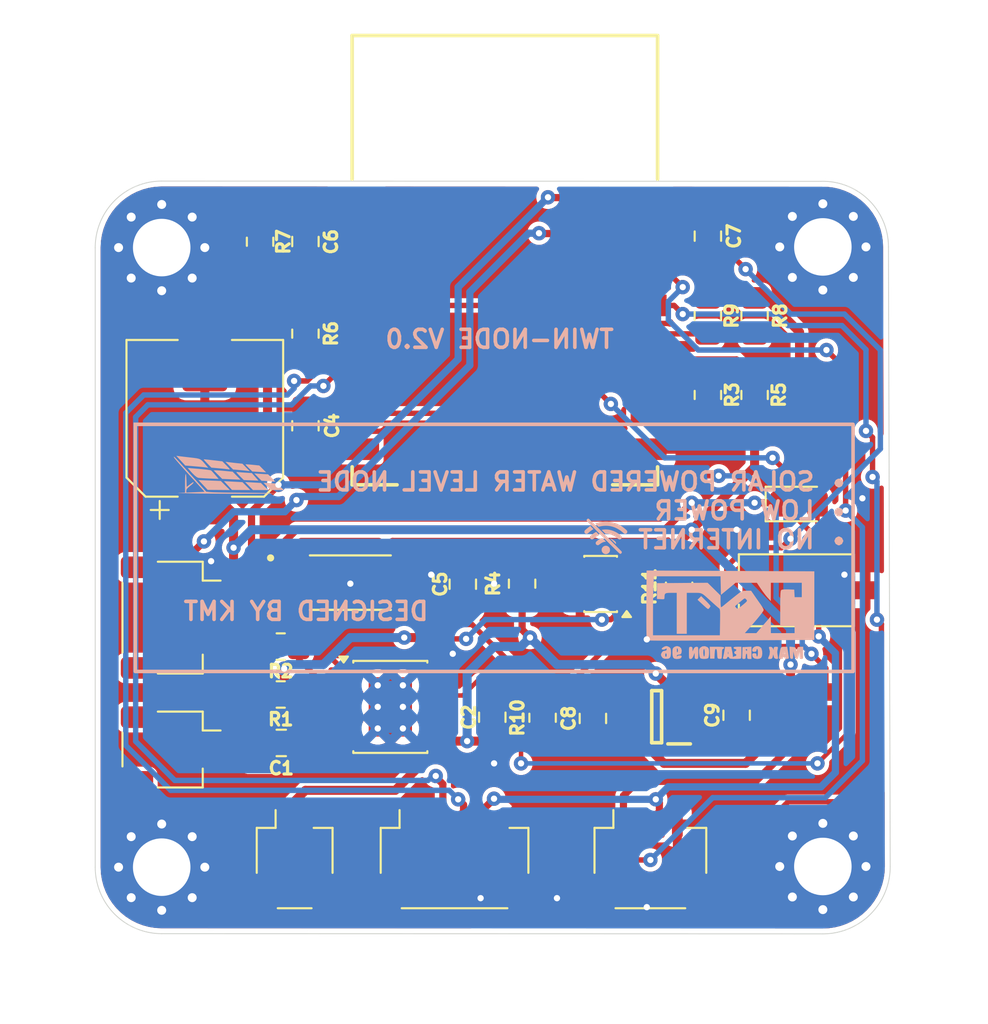
<source format=kicad_pcb>
(kicad_pcb (version 20241229) (generator "pcbnew") (generator_version "9.0")
  (title_block (title "TwinNode: Low-Power Water Level Monitor") (date "2026-01-04") (company "Company : Collaboration") (comment 1 "Outdoor Node "))
  (layers (0 "F.Cu" signal) (2 "B.Cu" signal) (13 "F.Paste" user) (15 "B.Paste" user) (5 "F.SilkS" user "F.Silkscreen") (7 "B.SilkS" user "B.Silkscreen") (1 "F.Mask" user) (3 "B.Mask" user) (25 "Edge.Cuts" user))
  (net 0 "")
  (net 1 "/SOLAR_PANNEL")
  (net 2 "GND")
  (net 3 "/BAT")
  (net 4 "/3.3V")
  (net 5 "Net-(U3-VCC)")
  (net 6 "/RST")
  (net 7 "Net-(D1-A)")
  (net 8 "Net-(D1-K)")
  (net 10 "Net-(C7-Pad1)")
  (net 11 "/D3{slash}TRIG")
  (net 12 "/D2")
  (net 13 "/D4")
  (net 14 "/IN1{slash}ECHO")
  (net 15 "/US_PWR")
  (net 16 "/TX")
  (net 17 "/RX")
  (net 18 "Net-(U3-OC)")
  (net 20 "Net-(U3-OD)")
  (net 21 "Net-(Q1-Pad5)")
  (net 23 "Net-(U2-PROG)")
  (net 24 "/GPIO15")
  (net 25 "/GPIO2")
  (net 26 "/EN")
  (net 27 "/GPIO0")
  (net 28 "Net-(U3-CS)")
  (net 29 "/MOS")
  (net 39 "/D1")
  (footprint "MountingHole:MountingHole_3.2mm_M3_Pad_Via" (layer "F.Cu") (at 144 66.8)
    (property "Reference" "H1" (hide yes))
    (property "Value" "MH")
  )
  (footprint "Resistor_SMD:R_0805_2012Metric_Pad1.20x1.40mm_HandSolder" (layer "F.Cu") (at 164.06 85.5 90)
    (property "Reference" "R4")
    (property "Value" "100")
  )
  (footprint "MountingHole:MountingHole_3.2mm_M3_Pad_Via" (layer "F.Cu") (at 180.799315 66.7625)
    (property "Reference" "H2" (hide yes))
    (property "Value" "MH")
  )
  (footprint "Capacitor_SMD:C_0805_2012Metric_Pad1.18x1.45mm_HandSolder" (layer "F.Cu") (at 152 76.715 90)
    (property "Reference" "C4")
    (property "Value" "10uf")
  )
  (footprint "FS8205A:SOP65P640X120-8N" (layer "F.Cu") (at 154.5 85.4425)
    (property "Reference" "Q1" (hide yes))
    (property "Value" "FS8205A")
  )
  (footprint "Connector_JST:JST_SH_SM02B-SRSS-TB_1x02-1MP_P1.00mm_Horizontal" (layer "F.Cu") (at 151.4 100.875)
    (property "Reference" "J3" (hide yes))
    (property "Value" "01x02")
  )
  (footprint "Package_SO:SOIC-8-1EP_3.9x4.9mm_P1.27mm_EP2.41x3.3mm_ThermalVias" (layer "F.Cu") (at 156.725 92.3575)
    (property "Reference" "U2" (hide yes))
    (property "Value" "TP4056-42-ESOP8")
  )
  (footprint "Capacitor_SMD:C_0805_2012Metric_Pad1.18x1.45mm_HandSolder" (layer "F.Cu") (at 152 66.4625 -90)
    (property "Reference" "C6")
    (property "Value" "100uF")
  )
  (footprint "Resistor_SMD:R_0805_2012Metric_Pad1.20x1.40mm_HandSolder" (layer "F.Cu") (at 165.2 92.9625 90)
    (property "Reference" "R10")
    (property "Value" "1k")
  )
  (footprint "Resistor_SMD:R_0805_2012Metric_Pad1.20x1.40mm_HandSolder" (layer "F.Cu") (at 172.8 85.6675 90)
    (property "Reference" "R11")
    (property "Value" "12k")
  )
  (footprint "Resistor_SMD:R_0805_2012Metric_Pad1.20x1.40mm_HandSolder" (layer "F.Cu") (at 174.4 70.6 90)
    (property "Reference" "R9")
    (property "Value" "47k")
  )
  (footprint "Resistor_SMD:R_0805_2012Metric_Pad1.20x1.40mm_HandSolder" (layer "F.Cu") (at 150.625 91.66625 180)
    (property "Reference" "R1")
    (property "Value" "1k")
  )
  (footprint "Resistor_SMD:R_0805_2012Metric_Pad1.20x1.40mm_HandSolder" (layer "F.Cu") (at 174.4 75 90)
    (property "Reference" "R3")
    (property "Value" "12k")
  )
  (footprint "Resistor_SMD:R_0805_2012Metric_Pad1.20x1.40mm_HandSolder" (layer "F.Cu") (at 149.475 66.475 -90)
    (property "Reference" "R7")
    (property "Value" "12k")
  )
  (footprint "Connector_JST:JST_SH_SM04B-SRSS-TB_1x04-1MP_P1.00mm_Horizontal" (layer "F.Cu") (at 144.5 87.39 -90)
    (property "Reference" "J4" (hide yes))
    (property "Value" "01x04")
  )
  (footprint "Capacitor_SMD:C_0805_2012Metric_Pad1.18x1.45mm_HandSolder" (layer "F.Cu") (at 150.655 94.3625 180)
    (property "Reference" "C1")
    (property "Value" "10uF")
  )
  (footprint "Capacitor_SMD:C_0805_2012Metric_Pad1.18x1.45mm_HandSolder" (layer "F.Cu") (at 168 93 90)
    (property "Reference" "C8")
    (property "Value" "10uF")
  )
  (footprint "Capacitor_SMD:C_0805_2012Metric_Pad1.18x1.45mm_HandSolder" (layer "F.Cu") (at 160.76 85.53 -90)
    (property "Reference" "C5")
    (property "Value" "0.1uF")
  )
  (footprint "MountingHole:MountingHole_3.2mm_M3_Pad_Via" (layer "F.Cu") (at 180.799315 101.2375)
    (property "Reference" "H3" (hide yes))
    (property "Value" "MH")
  )
  (footprint "Connector_JST:JST_SH_SM06B-SRSS-TB_1x06-1MP_P1.00mm_Horizontal" (layer "F.Cu") (at 160.3 100.875)
    (property "Reference" "J1" (hide yes))
    (property "Value" "01x06")
  )
  (footprint "Resistor_SMD:R_0805_2012Metric_Pad1.20x1.40mm_HandSolder" (layer "F.Cu") (at 150.625 89 180)
    (property "Reference" "R2")
    (property "Value" "2k")
  )
  (footprint "Capacitor_SMD:CP_Elec_8x10.5" (layer "F.Cu") (at 146.4 76.3 90)
    (property "Reference" "C3" (hide yes))
    (property "Value" "100uf")
  )
  (footprint "MountingHole:MountingHole_3.2mm_M3_Pad_Via" (layer "F.Cu") (at 144 101.275)
    (property "Reference" "H4" (hide yes))
    (property "Value" "MH")
  )
  (footprint "Resistor_SMD:R_0805_2012Metric_Pad1.20x1.40mm_HandSolder" (layer "F.Cu") (at 152 71.58875 -90)
    (property "Reference" "R6")
    (property "Value" "12k")
  )
  (footprint "Capacitor_SMD:C_0805_2012Metric_Pad1.18x1.45mm_HandSolder" (layer "F.Cu") (at 174.4 66.1625 90)
    (property "Reference" "C7")
    (property "Value" "100nF")
  )
  (footprint "LED_SMD:LED_0805_2012Metric_Pad1.15x1.40mm_HandSolder" (layer "F.Cu") (at 179.475 81.0675)
    (property "Reference" "D1" (hide yes))
    (property "Value" "LED_BLUE")
  )
  (footprint "Capacitor_SMD:C_0805_2012Metric_Pad1.18x1.45mm_HandSolder" (layer "F.Cu") (at 162.4 92.9325 90)
    (property "Reference" "C2")
    (property "Value" "10uF")
  )
  (footprint "Capacitor_SMD:C_0805_2012Metric_Pad1.18x1.45mm_HandSolder" (layer "F.Cu") (at 176 92.8225 -90)
    (property "Reference" "C9")
    (property "Value" "10uF")
  )
  (footprint "ESP-12F:ESP-12F" (layer "F.Cu") (at 163.1 67.5)
    (property "Reference" "U1" (hide yes))
    (property "Value" "ESP-12F")
  )
  (footprint "Resistor_SMD:R_0805_2012Metric_Pad1.20x1.40mm_HandSolder" (layer "F.Cu") (at 177 70.6 90)
    (property "Reference" "R8")
    (property "Value" "12k")
  )
  (footprint "Resistor_SMD:R_0805_2012Metric_Pad1.20x1.40mm_HandSolder" (layer "F.Cu") (at 177 75 -90)
    (property "Reference" "R5")
    (property "Value" "12k")
  )
  (footprint "RT9080-33GJ5:SOT94P280X100-5N" (layer "F.Cu") (at 171.55 92.9025 180)
    (property "Reference" "IC1" (hide yes))
    (property "Value" "RT9080-33GJ5")
  )
  (footprint "Connector_JST:JST_SH_SM04B-SRSS-TB_1x04-1MP_P1.00mm_Horizontal" (layer "F.Cu") (at 171.2 100.875)
    (property "Reference" "J2" (hide yes))
    (property "Value" "01x04")
  )
  (footprint "Connector_JST:JST_SH_SM02B-SRSS-TB_1x02-1MP_P1.00mm_Horizontal" (layer "F.Cu") (at 144.5 94.73 -90)
    (property "Reference" "J5" (hide yes))
    (property "Value" "01x02")
  )
  (footprint "Button_Switch_SMD:SW_Tactile_SPST_NO_Straight_CK_PTS636Sx25SMTRLFS" (layer "F.Cu") (at 179.325 85.8675)
    (property "Reference" "SW1" (hide yes))
    (property "Value" "BOOT")
  )
  (footprint "SI2301CDS-T1-GE3:SOT-23" (layer "F.Cu") (at 180 92.5465 -90)
    (property "Reference" "T1" (hide yes))
    (property "Value" "SI2301CDS-T1-GE3")
    (property "REFERENCE" "SI2301CDS-T1-GE3" (hide yes))
  )
  (footprint "Package_TO_SOT_SMD:SOT-23-6" (layer "F.Cu") (at 168.43 85.5175 180)
    (property "Reference" "U3" (hide yes))
    (property "Value" "DW01A")
  )
  (footprint "LOGO" (layer "B.Cu") (at 147.93 79.45 180)
    (property "Reference" "G***" (hide yes))
    (property "Value" "LOGO" (hide yes))
  )
  (footprint "LOGO" (layer "B.Cu") (at 168.72 82.87 180)
    (property "Reference" "G***" (hide yes))
    (property "Value" "LOGO" (hide yes))
  )
  (footprint "LOGO" (layer "B.Cu") (at 175.34559 87.25149 180)
    (property "Reference" "G***" (hide yes))
    (property "Value" "LOGO" (hide yes))
  )
  (gr_rect (start 142.53 76.635) (end 182.48 90.385) (stroke (width 0.2)) (fill no) (layer "B.SilkS"))
  (gr_line (start 180.699323 63.1125) (end 144 63.1) (stroke (width 0.05)) (layer "Edge.Cuts"))
  (gr_arc (start 140.3 66.8) (mid 141.383705 64.183705) (end 144 63.1) (stroke (width 0.05)) (layer "Edge.Cuts"))
  (gr_arc (start 144 104.975) (mid 141.383705 103.891295) (end 140.3 101.275) (stroke (width 0.05)) (layer "Edge.Cuts"))
  (gr_arc (start 180.699315 63.1125) (mid 183.345622 64.145475) (end 184.450685 66.7625) (stroke (width 0.05)) (layer "Edge.Cuts"))
  (gr_line (start 140.3 66.8) (end 140.3 101.275) (stroke (width 0.05)) (layer "Edge.Cuts"))
  (gr_line (start 180.799315 104.987514) (end 144 104.975) (stroke (width 0.05)) (layer "Edge.Cuts"))
  (gr_line (start 184.549315 101.2375) (end 184.450684 66.7625) (stroke (width 0.05)) (layer "Edge.Cuts"))
  (gr_arc (start 184.549315 101.2375) (mid 183.450965 103.88915) (end 180.799315 104.9875) (stroke (width 0.05)) (layer "Edge.Cuts"))
  (gr_text "DESIGNED BY KMT \n" (at 158.95 87.62 0) (layer "B.SilkS") (effects (font (size 1 1) (thickness 0.2) (bold yes)) (justify left bottom mirror)))
  (gr_text "• SOLAR POWERED WATER LEVEL NODE\n• LOW POWER \n• NO INTERNET \n" (at 182.44 83.635 0) (layer "B.SilkS") (effects (font (size 1 1) (thickness 0.2) (bold yes)) (justify left bottom mirror)))
  (gr_text "TWIN-NODE V2.0" (at 169.27 72.48 0) (layer "B.SilkS") (effects (font (size 1 1) (thickness 0.2) (bold yes)) (justify left bottom mirror)))
  (segment (start 150.816021 90.857271) (end 151.625 91.66625) (width 0.5) (layer "F.Cu") (net 1))
  (segment (start 148.8385 95.5885) (end 147.48 94.23) (width 0.5) (layer "F.Cu") (net 1))
  (segment (start 147.48 94.23) (end 146.5 94.23) (width 0.5) (layer "F.Cu") (net 1))
  (segment (start 150.816021 90.225741) (end 150.816021 90.857271) (width 0.5) (layer "F.Cu") (net 1))
  (segment (start 151.625 91.9625) (end 151.625 94.295) (width 0.5) (layer "F.Cu") (net 1))
  (segment (start 151.6925 94.8075) (end 151.6925 94.3625) (width 0.5) (layer "F.Cu") (net 1))
  (segment (start 159.2 89.2) (end 159 89) (width 0.5) (layer "F.Cu") (net 1))
  (segment (start 150.4665 95.5885) (end 148.8385 95.5885) (width 0.5) (layer "F.Cu") (net 1))
  (segment (start 154.25 94.2625) (end 151.7925 94.2625) (width 0.5) (layer "F.Cu") (net 1))
  (segment (start 159 89) (end 158.5 88.5) (width 0.5) (layer "F.Cu") (net 1))
  (segment (start 159.2 90.4525) (end 159.2 89.2) (width 0.5) (layer "F.Cu") (net 1))
  (segment (start 151.6925 94.3625) (end 150.4665 95.5885) (width 0.5) (layer "F.Cu") (net 1))
  (segment (start 158.5 88.5) (end 157.5 88.5) (width 0.5) (layer "F.Cu") (net 1))
  (segment (start 151.7925 94.2625) (end 151.6925 94.3625) (width 0.5) (layer "F.Cu") (net 1))
  (segment (start 151.625 94.295) (end 151.6925 94.3625) (width 0.5) (layer "F.Cu") (net 1))
  (segment (start 154.15 94.3625) (end 154.25 94.2625) (width 0.5) (layer "F.Cu") (net 1))
  (via (at 150.816021 90.225741) (size 0.8) (drill 0.35) (layers "F.Cu" "B.Cu") (net 1))
  (via (at 157.5 88.5) (size 0.8) (drill 0.35) (layers "F.Cu" "B.Cu") (net 1))
  (segment (start 157.5 88.5) (end 154.5 88.5) (width 0.5) (layer "B.Cu") (net 1))
  (segment (start 154.5 88.5) (end 153 90) (width 0.5) (layer "B.Cu") (net 1))
  (segment (start 151.041762 90) (end 150.816021 90.225741) (width 0.5) (layer "B.Cu") (net 1))
  (segment (start 153 90) (end 151.041762 90) (width 0.5) (layer "B.Cu") (net 1))
  (segment (start 168 91.9625) (end 171 88.9625) (width 0.25) (layer "F.Cu") (net 2))
  (segment (start 153 88.5) (end 152.399 87.899) (width 0.3) (layer "F.Cu") (net 2))
  (segment (start 144.3 66.5) (end 144 66.8) (width 0.3) (layer "F.Cu") (net 2))
  (segment (start 152.399 87.899) (end 150.726 87.899) (width 0.3) (layer "F.Cu") (net 2))
  (segment (start 146.5 91.245) (end 146.5 88.89) (width 0.4) (layer "F.Cu") (net 2))
  (segment (start 154.25 90.4525) (end 153.5475 90.4525) (width 0.3) (layer "F.Cu") (net 2))
  (segment (start 168.94 92.9025) (end 168 91.9625) (width 0.25) (layer "F.Cu") (net 2))
  (segment (start 168 92.29742) (end 168 91.9625) (width 0.3) (layer "F.Cu") (net 2))
  (segment (start 175.5 77) (end 174.48 78.02) (width 0.3) (layer "F.Cu") (net 2))
  (segment (start 163.5 92.5) (end 163.5 94.5) (width 0.25) (layer "F.Cu") (net 2))
  (segment (start 162.5 95.75) (end 162.5 95.5) (width 0.4) (layer "F.Cu") (net 2))
  (segment (start 154.25 90.4525) (end 155.32 90.4525) (width 0.3) (layer "F.Cu") (net 2))
  (segment (start 175 74) (end 175.5 74.5) (width 0.3) (layer "F.Cu") (net 2))
  (segment (start 160.5675 86.5675) (end 159 85) (width 0.4) (layer "F.Cu") (net 2))
  (segment (start 162.574726 95.5) (end 163.499 94.575726) (width 0.25) (layer "F.Cu") (net 2))
  (segment (start 149.6175 94.3625) (end 146.5 91.245) (width 0.4) (layer "F.Cu") (net 2))
  (segment (start 149.625 88.875) (end 149.625 89.5625) (width 0.3) (layer "F.Cu") (net 2))
  (segment (start 162.4 91.895) (end 162.895 91.895) (width 0.25) (layer "F.Cu") (net 2))
  (segment (start 163.75 97.925) (end 163.75 97) (width 0.4) (layer "F.Cu") (net 2))
  (segment (start 172.8 92.9025) (end 168.94 92.9025) (width 0.25) (layer "F.Cu") (net 2))
  (segment (start 153 89.2025) (end 153 88.5) (width 0.3) (layer "F.Cu") (net 2))
  (segment (start 162.895 91.895) (end 163.5 92.5) (width 0.25) (layer "F.Cu") (net 2))
  (segment (start 160.76 86.5675) (end 160.5675 86.5675) (width 0.4) (layer "F.Cu") (net 2))
  (segment (start 153.5475 90.4525) (end 153.5 90.5) (width 0.3) (layer "F.Cu") (net 2))
  (segment (start 174.48 78.02) (end 171.1 78.02) (width 0.3) (layer "F.Cu") (net 2))
  (segment (start 154.25 90.4525) (end 153 89.2025) (width 0.3) (layer "F.Cu") (net 2))
  (segment (start 163.75 97) (end 162.5 95.75) (width 0.4) (layer "F.Cu") (net 2))
  (segment (start 175.5 74.5) (end 175.5 77) (width 0.3) (layer "F.Cu") (net 2))
  (segment (start 162.8 98.875) (end 163.75 97.925) (width 0.4) (layer "F.Cu") (net 2))
  (segment (start 174.4 74) (end 175 74) (width 0.3) (layer "F.Cu") (net 2))
  (segment (start 160.9175 86.4175) (end 161.274 86.774) (width 0.3) (layer "F.Cu") (net 2))
  (segment (start 150.999 66.499) (end 152 67.5) (width 0.25) (layer "F.Cu") (net 2))
  (segment (start 171 88.9625) (end 171 88.6) (width 0.25) (layer "F.Cu") (net 2))
  (segment (start 162.5 95.5) (end 162.574726 95.5) (width 0.25) (layer "F.Cu") (net 2))
  (segment (start 146.4 66.8) (end 146.701 66.499) (width 0.25) (layer "F.Cu") (net 2))
  (segment (start 150.726 87.899) (end 149.625 89) (width 0.3) (layer "F.Cu") (net 2))
  (segment (start 146.701 66.499) (end 150.999 66.499) (width 0.25) (layer "F.Cu") (net 2))
  (segment (start 155.32 90.4525) (end 156.025 91.1575) (width 0.3) (layer "F.Cu") (net 2))
  (via (at 154.5 85.5) (size 0.8) (drill 0.35) (layers "F.Cu" "B.Cu") (net 2))
  (via (at 166 103) (size 0.8) (drill 0.35) (layers "F.Cu" "B.Cu") (net 2))
  (via (at 162.5 85.5) (size 0.8) (drill 0.35) (layers "F.Cu" "B.Cu") (net 2))
  (via (at 182 85) (size 0.8) (drill 0.35) (layers "F.Cu" "B.Cu") (net 2))
  (via (at 146.75 84.25) (size 0.8) (drill 0.35) (layers "F.Cu" "B.Cu") (net 2))
  (via (at 171 103.5) (size 0.8) (drill 0.35) (layers "F.Cu" "B.Cu") (net 2))
  (via (at 162.5 95.5) (size 0.8) (drill 0.35) (layers "F.Cu" "B.Cu") (net 2))
  (via (at 160.2 89.4) (size 0.8) (drill 0.35) (layers "F.Cu" "B.Cu") (net 2))
  (via (at 161.75 103) (size 0.8) (drill 0.35) (layers "F.Cu" "B.Cu") (net 2))
  (via (at 183 80.75) (size 0.8) (drill 0.35) (layers "F.Cu" "B.Cu") (net 2))
  (via (at 176 82.5) (size 0.8) (drill 0.35) (layers "F.Cu" "B.Cu") (net 2))
  (via (at 159 85) (size 0.8) (drill 0.35) (layers "F.Cu" "B.Cu") (net 2))
  (via (at 171 88.6) (size 0.8) (drill 0.35) (layers "F.Cu" "B.Cu") (net 2))
  (segment (start 158.5 95.5) (end 157 97) (width 0.5) (layer "F.Cu") (net 3))
  (segment (start 164.06 86.5) (end 164.06 88.06) (width 0.4) (layer "F.Cu") (net 3))
  (segment (start 173.6575 93.8425) (end 174.5 93) (width 0.5) (layer "F.Cu") (net 3))
  (segment (start 176 91) (end 175.5 90.5) (width 0.5) (layer "F.Cu") (net 3))
  (segment (start 173.9625 91.9625) (end 172.8 91.9625) (width 0.5) (layer "F.Cu") (net 3))
  (segment (start 176 91.785) (end 176 91) (width 0.5) (layer "F.Cu") (net 3))
  (segment (start 159.2 94.2625) (end 161 94.2625) (width 0.5) (layer "F.Cu") (net 3))
  (segment (start 159.2 94.2625) (end 158.5 94.9625) (width 0.5) (layer "F.Cu") (net 3))
  (segment (start 175.5 90.5) (end 173.5 90.5) (width 0.5) (layer "F.Cu") (net 3))
  (segment (start 152.000001 97) (end 150.9 98.100001) (width 0.5) (layer "F.Cu") (net 3))
  (segment (start 162.1075 94.2625) (end 162.4 93.97) (width 0.5) (layer "F.Cu") (net 3))
  (segment (start 161 94.2625) (end 162.1075 94.2625) (width 0.5) (layer "F.Cu") (net 3))
  (segment (start 158.5 94.9625) (end 158.5 95.5) (width 0.5) (layer "F.Cu") (net 3))
  (segment (start 174.5 93) (end 174.5 92.5) (width 0.5) (layer "F.Cu") (net 3))
  (segment (start 150.9 98.100001) (end 150.9 98.875) (width 0.5) (layer "F.Cu") (net 3))
  (segment (start 172.8 91.2) (end 172.8 91.9625) (width 0.5) (layer "F.Cu") (net 3))
  (segment (start 172.8 91.9625) (end 172.8 91.8) (width 0.5) (layer "F.Cu") (net 3))
  (segment (start 173.5 90.5) (end 172.8 91.2) (width 0.5) (layer "F.Cu") (net 3))
  (segment (start 172.8 93.8425) (end 173.6575 93.8425) (width 0.5) (layer "F.Cu") (net 3))
  (segment (start 174.5 92.5) (end 173.9625 91.9625) (width 0.5) (layer "F.Cu") (net 3))
  (segment (start 172.8 91.8) (end 171.5 90.5) (width 0.5) (layer "F.Cu") (net 3))
  (segment (start 157 97) (end 152.000001 97) (width 0.5) (layer "F.Cu") (net 3))
  (segment (start 164.06 88.06) (end 164.5 88.5) (width 0.4) (layer "F.Cu") (net 3))
  (via (at 171.5 90.5) (size 0.8) (drill 0.35) (layers "F.Cu" "B.Cu") (net 3))
  (via (at 164.5 88.5) (size 0.8) (drill 0.35) (layers "F.Cu" "B.Cu") (net 3))
  (via (at 161 94.2625) (size 0.8) (drill 0.35) (layers "F.Cu" "B.Cu") (net 3))
  (segment (start 161 90.5) (end 162.5 89) (width 0.5) (layer "B.Cu") (net 3))
  (segment (start 166 90) (end 171 90) (width 0.5) (layer "B.Cu") (net 3))
  (segment (start 171 90) (end 171.5 90.5) (width 0.5) (layer "B.Cu") (net 3))
  (segment (start 162.5 89) (end 164 89) (width 0.5) (layer "B.Cu") (net 3))
  (segment (start 161 94.2625) (end 161 90.5) (width 0.5) (layer "B.Cu") (net 3))
  (segment (start 164 89) (end 164.5 88.5) (width 0.5) (layer "B.Cu") (net 3))
  (segment (start 164.5 88.5) (end 166 90) (width 0.5) (layer "B.Cu") (net 3))
  (segment (start 151.140625 71.729375) (end 149.475 70.06375) (width 0.5) (layer "F.Cu") (net 4))
  (segment (start 176.5 95.5) (end 179 93) (width 0.5) (layer "F.Cu") (net 4))
  (segment (start 150.4 77.7525) (end 149.89 77.7525) (width 0.5) (layer "F.Cu") (net 4))
  (segment (start 149.89 77.7525) (end 148.6475 77.7525) (width 0.5) (layer "F.Cu") (net 4))
  (segment (start 179.5 74.5) (end 178 76) (width 0.5) (layer "F.Cu") (net 4))
  (segment (start 177 79) (end 173.5 82.5) (width 0.5) (layer "F.Cu") (net 4))
  (segment (start 172.8 83.2) (end 172.8 84.6675) (width 0.5) (layer "F.Cu") (net 4))
  (segment (start 179 90) (end 179 91.4957) (width 0.5) (layer "F.Cu") (net 4))
  (segment (start 149.475 70.06375) (end 149.475 67.475) (width 0.5) (layer "F.Cu") (net 4))
  (segment (start 178 76) (end 177 76) (width 0.5) (layer "F.Cu") (net 4))
  (segment (start 179 93) (end 179 91.5653) (width 0.5) (layer "F.Cu") (net 4))
  (segment (start 149.075 67.475) (end 149.475 67.475) (width 0.5) (layer "F.Cu") (net 4))
  (segment (start 170.3 93.8425) (end 171.9575 95.5) (width 0.5) (layer "F.Cu") (net 4))
  (segment (start 173.5 82.5) (end 172.8 83.2) (width 0.5) (layer "F.Cu") (net 4))
  (segment (start 148.6475 77.7525) (end 146.4 80) (width 0.5) (layer "F.Cu") (net 4))
  (segment (start 179.5 71.5) (end 179.5 74.5) (width 0.5) (layer "F.Cu") (net 4))
  (segment (start 152 72.58875) (end 151.140625 71.729375) (width 0.5) (layer "F.Cu") (net 4))
  (segment (start 177 76) (end 177 79) (width 0.5) (layer "F.Cu") (net 4))
  (segment (start 151.140625 71.729375) (end 149.89 72.98) (width 0.5) (layer "F.Cu") (net 4))
  (segment (start 171.9575 95.5) (end 176.5 95.5) (width 0.5) (layer "F.Cu") (net 4))
  (segment (start 152.2675 78.02) (end 152 77.7525) (width 0.5) (layer "F.Cu") (net 4))
  (segment (start 155.1 78.02) (end 152.2675 78.02) (width 0.5) (layer "F.Cu") (net 4))
  (segment (start 177.6 69.6) (end 177 69.6) (width 0.5) (layer "F.Cu") (net 4))
  (segment (start 148 83.5) (end 148 84.39) (width 0.5) (layer "F.Cu") (net 4))
  (segment (start 149.89 72.98) (end 149.89 77.7525) (width 0.5) (layer "F.Cu") (net 4))
  (segment (start 170.3 93.8425) (end 168.195 93.8425) (width 0.5) (layer "F.Cu") (net 4))
  (segment (start 179 91.5653) (end 179.0348 91.5305) (width 0.5) (layer "F.Cu") (net 4))
  (segment (start 179.5 71.5) (end 177.6 69.6) (width 0.5) (layer "F.Cu") (net 4))
  (segment (start 148 83.5) (end 148 81.6) (width 0.5) (layer "F.Cu") (net 4))
  (segment (start 179 91.4957) (end 179.0348 91.5305) (width 0.5) (layer "F.Cu") (net 4))
  (segment (start 152 77.7525) (end 150.4 77.7525) (width 0.5) (layer "F.Cu") (net 4))
  (segment (start 155.08 78) (end 155.1 78.02) (width 0.5) (layer "F.Cu") (net 4))
  (segment (start 148 81.6) (end 146.4 80) (width 0.5) (layer "F.Cu") (net 4))
  (segment (start 176.8 69.6) (end 177.6 69.6) (width 0.5) (layer "F.Cu") (net 4))
  (segment (start 168.195 93.8425) (end 168 94.0375) (width 0.5) (layer "F.Cu") (net 4))
  (segment (start 148 84.39) (end 146.5 85.89) (width 0.5) (layer "F.Cu") (net 4))
  (via (at 173.5 82.5) (size 0.8) (drill 0.35) (layers "F.Cu" "B.Cu") (net 4))
  (via (at 179 90) (size 0.8) (drill 0.35) (layers "F.Cu" "B.Cu") (net 4))
  (via (at 148 83.5) (size 0.8) (drill 0.35) (layers "F.Cu" "B.Cu") (net 4))
  (segment (start 173.5 82.5) (end 149 82.5) (width 0.5) (layer "B.Cu") (net 4))
  (segment (start 173.5 82.5) (end 179 88) (width 0.5) (layer "B.Cu") (net 4))
  (segment (start 179 88) (end 179 90) (width 0.5) (layer "B.Cu") (net 4))
  (segment (start 149 82.5) (end 148 83.5) (width 0.5) (layer "B.Cu") (net 4))
  (segment (start 164.0525 84.4925) (end 164.06 84.5) (width 0.4) (layer "F.Cu") (net 5))
  (segment (start 164.06 84.5) (end 165 84.5) (width 0.4) (layer "F.Cu") (net 5))
  (segment (start 165 84.5) (end 166.0175 85.5175) (width 0.4) (layer "F.Cu") (net 5))
  (segment (start 160.76 84.4925) (end 164.0525 84.4925) (width 0.4) (layer "F.Cu") (net 5))
  (segment (start 166.0175 85.5175) (end 167.2925 85.5175) (width 0.4) (layer "F.Cu") (net 5))
  (segment (start 153.405 64.02) (end 155.1 64.02) (width 0.3) (layer "F.Cu") (net 6))
  (segment (start 152 65.425) (end 153.405 64.02) (width 0.3) (layer "F.Cu") (net 6))
  (segment (start 149.475 65.475) (end 151.95 65.475) (width 0.3) (layer "F.Cu") (net 6))
  (segment (start 151.95 65.475) (end 152 65.425) (width 0.3) (layer "F.Cu") (net 6))
  (segment (start 149.525 65.425) (end 149.475 65.475) (width 0.3) (layer "F.Cu") (net 6))
  (segment (start 151.925 65.5) (end 152 65.425) (width 0.3) (layer "F.Cu") (net 6))
  (segment (start 161.627708 90.8565) (end 163.172292 90.8565) (width 0.25) (layer "F.Cu") (net 7))
  (segment (start 181.091686 87.091686) (end 181.091686 82.841686) (width 0.25) (layer "F.Cu") (net 7))
  (segment (start 182.25 88.25) (end 181.091686 87.091686) (width 0.25) (layer "F.Cu") (net 7))
  (segment (start 181.091686 82.841686) (end 180.5 82.25) (width 0.25) (layer "F.Cu") (net 7))
  (segment (start 160.761708 91.7225) (end 161.627708 90.8565) (width 0.25) (layer "F.Cu") (net 7))
  (segment (start 159.2 91.7225) (end 160.761708 91.7225) (width 0.25) (layer "F.Cu") (net 7))
  (segment (start 180.5 95.5) (end 182.25 93.75) (width 0.25) (layer "F.Cu") (net 7))
  (segment (start 182.25 93.75) (end 182.25 88.25) (width 0.25) (layer "F.Cu") (net 7))
  (segment (start 164 91.684208) (end 164 95.5) (width 0.25) (layer "F.Cu") (net 7))
  (segment (start 180.5 82.25) (end 180.5 81.0675) (width 0.25) (layer "F.Cu") (net 7))
  (segment (start 163.172292 90.8565) (end 164 91.684208) (width 0.25) (layer "F.Cu") (net 7))
  (via (at 164 95.5) (size 0.8) (drill 0.35) (layers "F.Cu" "B.Cu") (net 7))
  (via (at 180.5 95.5) (size 0.8) (drill 0.35) (layers "F.Cu" "B.Cu") (net 7))
  (segment (start 164 95.5) (end 180.5 95.5) (width 0.25) (layer "B.Cu") (net 7))
  (segment (start 150 85) (end 150 84) (width 0.4) (layer "F.Cu") (net 8))
  (segment (start 149 92) (end 148.5 91.5) (width 0.4) (layer "F.Cu") (net 8))
  (segment (start 148.5 86.5) (end 150 85) (width 0.4) (layer "F.Cu") (net 8))
  (segment (start 150 84) (end 151.5 82.5) (width 0.4) (layer "F.Cu") (net 8))
  (segment (start 149.33375 91.66625) (end 149 92) (width 0.4) (layer "F.Cu") (net 8))
  (segment (start 172 82.5) (end 173.5 81) (width 0.4) (layer "F.Cu") (net 8))
  (segment (start 177 81) (end 178.3825 81) (width 0.4) (layer "F.Cu") (net 8))
  (segment (start 148.5 91.5) (end 148.5 86.5) (width 0.4) (layer "F.Cu") (net 8))
  (segment (start 151.5 82.5) (end 172 82.5) (width 0.4) (layer "F.Cu") (net 8))
  (segment (start 178.3825 81) (end 178.45 81.0675) (width 0.4) (layer "F.Cu") (net 8))
  (segment (start 149.625 91.66625) (end 149.33375 91.66625) (width 0.4) (layer "F.Cu") (net 8))
  (via (at 177 81) (size 0.8) (drill 0.35) (layers "F.Cu" "B.Cu") (net 8))
  (via (at 173.5 81) (size 0.8) (drill 0.35) (layers "F.Cu" "B.Cu") (net 8))
  (segment (start 173.5 81) (end 177 81) (width 0.4) (layer "B.Cu") (net 8))
  (segment (start 175.45 84.55) (end 175.45 85.8675) (width 0.3) (layer "F.Cu") (net 10))
  (segment (start 174.4 67.2) (end 174.4 69.6) (width 0.3) (layer "F.Cu") (net 10))
  (segment (start 174.4 67.2) (end 175.7 67.2) (width 0.3) (layer "F.Cu") (net 10))
  (segment (start 178.5 83.5) (end 176.5 83.5) (width 0.3) (layer "F.Cu") (net 10))
  (segment (start 176.5 83.5) (end 175.45 84.55) (width 0.3) (layer "F.Cu") (net 10))
  (segment (start 175.7 67.2) (end 176.5 68) (width 0.3) (layer "F.Cu") (net 10))
  (segment (start 179 83) (end 178.5 83.5) (width 0.3) (layer "F.Cu") (net 10))
  (via (at 176.5 68) (size 0.8) (drill 0.35) (layers "F.Cu" "B.Cu") (net 10))
  (via (at 179 83) (size 0.8) (drill 0.35) (layers "F.Cu" "B.Cu") (net 10))
  (segment (start 184 78) (end 179 83) (width 0.3) (layer "B.Cu") (net 10))
  (segment (start 179 70.5) (end 182 70.5) (width 0.3) (layer "B.Cu") (net 10))
  (segment (start 176.5 68) (end 179 70.5) (width 0.3) (layer "B.Cu") (net 10))
  (segment (start 184 72.5) (end 184 78) (width 0.3) (layer "B.Cu") (net 10))
  (segment (start 182 70.5) (end 184 72.5) (width 0.3) (layer "B.Cu") (net 10))
  (segment (start 159.649 96.649) (end 159.649 98.724) (width 0.4) (layer "F.Cu") (net 11))
  (segment (start 170.7 98.875) (end 170.7 99.649999) (width 0.4) (layer "F.Cu") (net 11))
  (segment (start 160.400001 100.25) (end 159.8 99.649999) (width 0.4) (layer "F.Cu") (net 11))
  (segment (start 153.48 74.02) (end 153 74.5) (width 0.3) (layer "F.Cu") (net 11))
  (segment (start 159.8 99.649999) (end 159.8 98.875) (width 0.4) (layer "F.Cu") (net 11))
  (segment (start 159.252982 96.252982) (end 159.649 96.649) (width 0.4) (layer "F.Cu") (net 11))
  (segment (start 170.7 99.649999) (end 170.099999 100.25) (width 0.4) (layer "F.Cu") (net 11))
  (segment (start 159.252982 96.2) (end 159.252982 96.252982) (width 0.4) (layer "F.Cu") (net 11))
  (segment (start 159.649 98.724) (end 159.8 98.875) (width 0.4) (layer "F.Cu") (net 11))
  (segment (start 155.1 74.02) (end 153.48 74.02) (width 0.3) (layer "F.Cu") (net 11))
  (segment (start 170.099999 100.25) (end 160.400001 100.25) (width 0.4) (layer "F.Cu") (net 11))
  (via (at 159.252982 96.2) (size 0.8) (drill 0.35) (layers "F.Cu" "B.Cu") (net 11))
  (via (at 153 74.5) (size 0.8) (drill 0.35) (layers "F.Cu" "B.Cu") (net 11))
  (segment (start 151.228232 75.551) (end 152.279232 74.5) (width 0.3) (layer "B.Cu") (net 11))
  (segment (start 159.252982 96.2) (end 159.072794 96.2) (width 0.3) (layer "B.Cu") (net 11))
  (segment (start 142.551 76.228232) (end 143.228232 75.551) (width 0.3) (layer "B.Cu") (net 11))
  (segment (start 144.728232 96.449) (end 142.551 94.271768) (width 0.3) (layer "B.Cu") (net 11))
  (segment (start 152.279232 74.5) (end 153 74.5) (width 0.3) (layer "B.Cu") (net 11))
  (segment (start 142.551 94.271768) (end 142.551 76.228232) (width 0.3) (layer "B.Cu") (net 11))
  (segment (start 159.072794 96.2) (end 158.823794 96.449) (width 0.3) (layer "B.Cu") (net 11))
  (segment (start 143.228232 75.551) (end 151.228232 75.551) (width 0.3) (layer "B.Cu") (net 11))
  (segment (start 158.823794 96.449) (end 144.728232 96.449) (width 0.3) (layer "B.Cu") (net 11))
  (segment (start 158.8 100.05) (end 159.625 100.875) (width 0.3) (layer "F.Cu") (net 12))
  (segment (start 182.067291 81.432709) (end 182.067291 73.567291) (width 0.3) (layer "F.Cu") (net 12))
  (segment (start 182.067291 73.567291) (end 181 72.5) (width 0.3) (layer "F.Cu") (net 12))
  (segment (start 171.1 68.02) (end 172.02 68.02) (width 0.3) (layer "F.Cu") (net 12))
  (segment (start 158.8 99.655) (end 158.8 100.05) (width 0.3) (layer "F.Cu") (net 12))
  (segment (start 172.02 68.02) (end 173 69) (width 0.3) (layer "F.Cu") (net 12))
  (segment (start 171.2 100.875) (end 159.625 100.875) (width 0.3) (layer "F.Cu") (net 12))
  (via (at 181 72.5) (size 0.8) (drill 0.35) (layers "F.Cu" "B.Cu") (net 12))
  (via (at 171.2 100.875) (size 0.8) (drill 0.35) (layers "F.Cu" "B.Cu") (net 12))
  (via (at 173 69) (size 0.8) (drill 0.35) (layers "F.Cu" "B.Cu") (net 12))
  (via (at 182.067291 81.432709) (size 0.8) (drill 0.35) (layers "F.Cu" "B.Cu") (net 12))
  (segment (start 183 82.365418) (end 183 95.349942) (width 0.3) (layer "B.Cu") (net 12))
  (segment (start 180.941651 97.408291) (end 174.666709 97.408291) (width 0.3) (layer "B.Cu") (net 12))
  (segment (start 182.067291 81.432709) (end 183 82.365418) (width 0.3) (layer "B.Cu") (net 12))
  (segment (start 183 95.349942) (end 180.941651 97.408291) (width 0.3) (layer "B.Cu") (net 12))
  (segment (start 173.867214 72.5) (end 172.199 70.831786) (width 0.3) (layer "B.Cu") (net 12))
  (segment (start 174.666709 97.408291) (end 171.2 100.875) (width 0.3) (layer "B.Cu") (net 12))
  (segment (start 172.199 69.801) (end 173 69) (width 0.3) (layer "B.Cu") (net 12))
  (segment (start 181 72.5) (end 173.867214 72.5) (width 0.3) (layer "B.Cu") (net 12))
  (segment (start 172.199 70.831786) (end 172.199 69.801) (width 0.3) (layer "B.Cu") (net 12))
  (segment (start 152.09633 74.22) (end 153.101 73.21533) (width 0.3) (layer "F.Cu") (net 13))
  (segment (start 160.8 97.8) (end 160.5 97.5) (width 0.4) (layer "F.Cu") (net 13))
  (segment (start 160.8 98.875) (end 160.8 97.8) (width 0.4) (layer "F.Cu") (net 13))
  (segment (start 153.5 72) (end 155.08 72) (width 0.3) (layer "F.Cu") (net 13))
  (segment (start 155.08 72) (end 155.1 72.02) (width 0.3) (layer "F.Cu") (net 13))
  (segment (start 153.101 73.21533) (end 153.101 72.399) (width 0.3) (layer "F.Cu") (net 13))
  (segment (start 151.37 74.22) (end 152.09633 74.22) (width 0.3) (layer "F.Cu") (net 13))
  (segment (start 153.101 72.399) (end 153.5 72) (width 0.3) (layer "F.Cu") (net 13))
  (via (at 151.37 74.22) (size 0.8) (drill 0.35) (layers "F.Cu" "B.Cu") (net 13))
  (via (at 160.5 97.5) (size 0.8) (drill 0.35) (layers "F.Cu" "B.Cu") (net 13))
  (segment (start 142 94.5) (end 144 96.5) (width 0.3) (layer "B.Cu") (net 13))
  (segment (start 151.37 74.63) (end 151.37 74.22) (width 0.3) (layer "B.Cu") (net 13))
  (segment (start 151 75) (end 151.37 74.63) (width 0.3) (layer "B.Cu") (net 13))
  (segment (start 160 97) (end 160.5 97.5) (width 0.3) (layer "B.Cu") (net 13))
  (segment (start 144 96.5) (end 144.5 97) (width 0.3) (layer "B.Cu") (net 13))
  (segment (start 143 75) (end 142 76) (width 0.3) (layer "B.Cu") (net 13))
  (segment (start 151 75) (end 143 75) (width 0.3) (layer "B.Cu") (net 13))
  (segment (start 144.5 97) (end 159 97) (width 0.3) (layer "B.Cu") (net 13))
  (segment (start 159 97) (end 160 97) (width 0.3) (layer "B.Cu") (net 13))
  (segment (start 142 76) (end 142 94.5) (width 0.3) (layer "B.Cu") (net 13))
  (segment (start 178 78.5) (end 179.426 79.926) (width 0.3) (layer "F.Cu") (net 14))
  (segment (start 171.7 97.7) (end 171.5 97.5) (width 0.4) (layer "F.Cu") (net 14))
  (segment (start 161.8 98.160416) (end 161.8 98.875) (width 0.4) (layer "F.Cu") (net 14))
  (segment (start 171.7 98.875) (end 171.7 97.7) (width 0.4) (layer "F.Cu") (net 14))
  (segment (start 163.52 70.02) (end 169 75.5) (width 0.3) (layer "F.Cu") (net 14))
  (segment (start 155.1 70.02) (end 163.52 70.02) (width 0.3) (layer "F.Cu") (net 14))
  (segment (start 162.495321 97.465095) (end 161.8 98.160416) (width 0.4) (layer "F.Cu") (net 14))
  (segment (start 180.565686 83.065686) (end 180.565686 88.434314) (width 0.3) (layer "F.Cu") (net 14))
  (segment (start 179.426 81.926) (end 180.565686 83.065686) (width 0.3) (layer "F.Cu") (net 14))
  (segment (start 179.426 79.926) (end 179.426 81.926) (width 0.3) (layer "F.Cu") (net 14))
  (via (at 180.565686 88.434314) (size 0.8) (drill 0.35) (layers "F.Cu" "B.Cu") (net 14))
  (via (at 162.495321 97.465095) (size 0.8) (drill 0.35) (layers "F.Cu" "B.Cu") (net 14))
  (via (at 169 75.5) (size 0.8) (drill 0.35) (layers "F.Cu" "B.Cu") (net 14))
  (via (at 178 78.5) (size 0.8) (drill 0.35) (layers "F.Cu" "B.Cu") (net 14))
  (via (at 171.5 97.5) (size 0.8) (drill 0.35) (layers "F.Cu" "B.Cu") (net 14))
  (segment (start 172.192709 96.807291) (end 177.957291 96.807291) (width 0.4) (layer "B.Cu") (net 14))
  (segment (start 180.565686 88.434314) (end 181.5 89.368628) (width 0.4) (layer "B.Cu") (net 14))
  (segment (start 172 78.5) (end 178 78.5) (width 0.3) (layer "B.Cu") (net 14))
  (segment (start 180.692709 96.807291) (end 177.957291 96.807291) (width 0.4) (layer "B.Cu") (net 14))
  (segment (start 171.5 97.5) (end 162.5 97.5) (width 0.4) (layer "B.Cu") (net 14))
  (segment (start 181.5 96) (end 180.692709 96.807291) (width 0.4) (layer "B.Cu") (net 14))
  (segment (start 162.5 97.469774) (end 162.495321 97.465095) (width 0.4) (layer "B.Cu") (net 14))
  (segment (start 180.565686 88.434314) (end 180.5 88.5) (width 0.3) (layer "B.Cu") (net 14))
  (segment (start 171.5 97.5) (end 172.192709 96.807291) (width 0.4) (layer "B.Cu") (net 14))
  (segment (start 162.5 97.5) (end 162.5 97.469774) (width 0.4) (layer "B.Cu") (net 14))
  (segment (start 169 75.5) (end 171 77.5) (width 0.3) (layer "B.Cu") (net 14))
  (segment (start 181.5 89.368628) (end 181.5 96) (width 0.4) (layer "B.Cu") (net 14))
  (segment (start 171 77.5) (end 172 78.5) (width 0.3) (layer "B.Cu") (net 14))
  (segment (start 177.0625 96.5) (end 170.5 96.5) (width 0.4) (layer "F.Cu") (net 15))
  (segment (start 170.5 96.5) (end 169.7 97.3) (width 0.4) (layer "F.Cu") (net 15))
  (segment (start 180 93.5625) (end 177.0625 96.5) (width 0.4) (layer "F.Cu") (net 15))
  (segment (start 169.7 97.3) (end 169.7 98.875) (width 0.4) (layer "F.Cu") (net 15))
  (segment (start 149 81.5) (end 150.5 80) (width 0.4) (layer "F.Cu") (net 16))
  (segment (start 149 85.079346) (end 149 81.5) (width 0.4) (layer "F.Cu") (net 16))
  (segment (start 165.52 64.02) (end 171.1 64.02) (width 0.4) (layer "F.Cu") (net 16))
  (segment (start 147.849 86.230346) (end 149 85.079346) (width 0.4) (layer "F.Cu") (net 16))
  (segment (start 147.709 86.89) (end 147.849 86.75) (width 0.4) (layer "F.Cu") (net 16))
  (segment (start 147.849 86.75) (end 147.849 86.230346) (width 0.4) (layer "F.Cu") (net 16))
  (segment (start 165.5 64) (end 165.52 64.02) (width 0.4) (layer "F.Cu") (net 16))
  (segment (start 146.5 86.89) (end 147.709 86.89) (width 0.4) (layer "F.Cu") (net 16))
  (via (at 150.5 80) (size 0.8) (drill 0.35) (layers "F.Cu" "B.Cu") (net 16))
  (via (at 165.5 64) (size 0.8) (drill 0.35) (layers "F.Cu" "B.Cu") (net 16))
  (segment (start 150.5 80) (end 153.5 80) (width 0.4) (layer "B.Cu") (net 16))
  (segment (start 160.5 69) (end 165.5 64) (width 0.4) (layer "B.Cu") (net 16))
  (segment (start 153.5 80) (end 160.5 73) (width 0.4) (layer "B.Cu") (net 16))
  (segment (start 160.5 73) (end 160.5 69) (width 0.4) (layer "B.Cu") (net 16))
  (segment (start 146.35 83.15) (end 145.25 84.25) (width 0.4) (layer "F.Cu") (net 17))
  (segment (start 165.02 66.02) (end 165 66) (width 0.4) (layer "F.Cu") (net 17))
  (segment (start 145.25 84.25) (end 145.25 87.414999) (width 0.4) (layer "F.Cu") (net 17))
  (segment (start 145.725001 87.89) (end 146.5 87.89) (width 0.4) (layer "F.Cu") (net 17))
  (segment (start 145.25 87.414999) (end 145.725001 87.89) (width 0.4) (layer "F.Cu") (net 17))
  (segment (start 171.1 66.02) (end 165.02 66.02) (width 0.4) (layer "F.Cu") (net 17))
  (via (at 165 66) (size 0.8) (drill 0.35) (layers "F.Cu" "B.Cu") (net 17))
  (via (at 146.35 83.15) (size 0.8) (drill 0.35) (layers "F.Cu" "B.Cu") (net 17))
  (via (at 151.5 80.85) (size 0.8) (drill 0.35) (layers "F.Cu" "B.Cu") (net 17))
  (segment (start 151.5 80.651) (end 151.5 80.85) (width 0.4) (layer "B.Cu") (net 17))
  (segment (start 148 81.5) (end 150.85 81.5) (width 0.4) (layer "B.Cu") (net 17))
  (segment (start 150.85 81.5) (end 151.5 80.85) (width 0.4) (layer "B.Cu") (net 17))
  (segment (start 161.151 73.349) (end 153.849 80.651) (width 0.4) (layer "B.Cu") (net 17))
  (segment (start 165 66) (end 164.420654 66) (width 0.4) (layer "B.Cu") (net 17))
  (segment (start 164.420654 66) (end 161.151 69.269654) (width 0.4) (layer "B.Cu") (net 17))
  (segment (start 161.151 69.269654) (end 161.151 73.349) (width 0.4) (layer "B.Cu") (net 17))
  (segment (start 146.35 83.15) (end 148 81.5) (width 0.4) (layer "B.Cu") (net 17))
  (segment (start 153.849 80.651) (end 151.5 80.651) (width 0.4) (layer "B.Cu") (net 17))
  (segment (start 156.2675 85.7675) (end 157.38 85.7675) (width 0.4) (layer "F.Cu") (net 18))
  (segment (start 156.3825 85.1175) (end 156 84.735) (width 0.4) (layer "F.Cu") (net 18))
  (segment (start 156.849 83.151) (end 168.151 83.151) (width 0.4) (layer "F.Cu") (net 18))
  (segment (start 157.38 85.1175) (end 156.3825 85.1175) (width 0.4) (layer "F.Cu") (net 18))
  (segment (start 156 84.735) (end 156 84) (width 0.4) (layer "F.Cu") (net 18))
  (segment (start 156.3825 85.1175) (end 156 85.5) (width 0.4) (layer "F.Cu") (net 18))
  (segment (start 156 85.5) (end 156.2675 85.7675) (width 0.4) (layer "F.Cu") (net 18))
  (segment (start 156 84) (end 156.849 83.151) (width 0.4) (layer "F.Cu") (net 18))
  (segment (start 168.151 83.151) (end 169.5675 84.5675) (width 0.4) (layer "F.Cu") (net 18))
  (segment (start 169.6 86.9) (end 169 87.5) (width 0.3) (layer "F.Cu") (net 20))
  (segment (start 159.57268 88.57268) (end 158.5 87.5) (width 0.3) (layer "F.Cu") (net 20))
  (segment (start 158.5 87.5) (end 154.5 87.5) (width 0.3) (layer "F.Cu") (net 20))
  (segment (start 151.62 85.1175) (end 152.6175 85.1175) (width 0.4) (layer "F.Cu") (net 20))
  (segment (start 160.941309 88.57268) (end 159.57268 88.57268) (width 0.3) (layer "F.Cu") (net 20))
  (segment (start 152.7325 85.7675) (end 151.62 85.7675) (width 0.4) (layer "F.Cu") (net 20))
  (segment (start 152.6175 85.1175) (end 153 85.5) (width 0.4) (layer "F.Cu") (net 20))
  (segment (start 154.5 87.5) (end 153 86) (width 0.3) (layer "F.Cu") (net 20))
  (segment (start 169 87.5) (end 168.5 87.5) (width 0.3) (layer "F.Cu") (net 20))
  (segment (start 153 85.5) (end 152.7325 85.7675) (width 0.4) (layer "F.Cu") (net 20))
  (segment (start 153 86) (end 153 85.5) (width 0.3) (layer "F.Cu") (net 20))
  (segment (start 169.6 86.4675) (end 169.6 86.9) (width 0.3) (layer "F.Cu") (net 20))
  (via (at 160.941309 88.57268) (size 0.8) (drill 0.35) (layers "F.Cu" "B.Cu") (net 20))
  (via (at 168.5 87.5) (size 0.8) (drill 0.35) (layers "F.Cu" "B.Cu") (net 20))
  (segment (start 160.941309 88.57268) (end 162.013989 87.5) (width 0.3) (layer "B.Cu") (net 20))
  (segment (start 162.013989 87.5) (end 168.5 87.5) (width 0.3) (layer "B.Cu") (net 20))
  (segment (start 161.273095 87.77168) (end 160.2241 87.77168) (width 0.3) (layer "F.Cu") (net 21))
  (segment (start 158.86992 86.4175) (end 157.38 86.4175) (width 0.3) (layer "F.Cu") (net 21))
  (segment (start 164.5 90.5) (end 164 90.5) (width 0.3) (layer "F.Cu") (net 21))
  (segment (start 164 90.5) (end 163.5 90) (width 0.3) (layer "F.Cu") (net 21))
  (segment (start 160.2241 87.77168) (end 158.86992 86.4175) (width 0.3) (layer "F.Cu") (net 21))
  (segment (start 165.2 91.2) (end 164.5 90.5) (width 0.3) (layer "F.Cu") (net 21))
  (segment (start 165.2 91.9625) (end 165.2 91.2) (width 0.3) (layer "F.Cu") (net 21))
  (segment (start 163.5 89.998585) (end 161.273095 87.77168) (width 0.3) (layer "F.Cu") (net 21))
  (segment (start 163.5 90) (end 163.5 89.998585) (width 0.3) (layer "F.Cu") (net 21))
  (segment (start 153.6475 91.7225) (end 154.25 91.7225) (width 0.3) (layer "F.Cu") (net 23))
  (segment (start 151.625 89) (end 151.625 89.7) (width 0.3) (layer "F.Cu") (net 23))
  (segment (start 151.625 89.7) (end 153.6475 91.7225) (width 0.3) (layer "F.Cu") (net 23))
  (segment (start 171.12 76) (end 171.1 76.02) (width 0.3) (layer "F.Cu") (net 24))
  (segment (start 174.4 76) (end 171.12 76) (width 0.3) (layer "F.Cu") (net 24))
  (segment (start 171.1 74.02) (end 171.98 74.02) (width 0.3) (layer "F.Cu") (net 25))
  (segment (start 171.98 74.02) (end 173 73) (width 0.3) (layer "F.Cu") (net 25))
  (segment (start 177 74) (end 177 73.8) (width 0.3) (layer "F.Cu") (net 25))
  (segment (start 173 73) (end 176 73) (width 0.3) (layer "F.Cu") (net 25))
  (segment (start 176 73) (end 177 74) (width 0.3) (layer "F.Cu") (net 25))
  (segment (start 152 69.5) (end 152 70.58875) (width 0.4) (layer "F.Cu") (net 26))
  (segment (start 152 69.5) (end 153.48 68.02) (width 0.4) (layer "F.Cu") (net 26))
  (segment (start 154.72 68.4) (end 155.1 68.02) (width 0.3) (layer "F.Cu") (net 26))
  (segment (start 153.48 68.02) (end 155.1 68.02) (width 0.4) (layer "F.Cu") (net 26))
  (segment (start 174.4 71.6) (end 177 71.6) (width 0.3) (layer "F.Cu") (net 27))
  (segment (start 171.52 71.6) (end 171.1 72.02) (width 0.3) (layer "F.Cu") (net 27))
  (segment (start 174.4 71.6) (end 171.52 71.6) (width 0.3) (layer "F.Cu") (net 27))
  (segment (start 166.6 93) (end 166.6 91.2) (width 0.3) (layer "F.Cu") (net 28))
  (segment (start 166.6 91.2) (end 170.9 86.9) (width 0.3) (layer "F.Cu") (net 28))
  (segment (start 170.9 86.9) (end 170.9 85.9) (width 0.3) (layer "F.Cu") (net 28))
  (segment (start 169.6 85.5175) (end 170.5175 85.5175) (width 0.3) (layer "F.Cu") (net 28))
  (segment (start 170.5175 85.5175) (end 170.9 85.9) (width 0.3) (layer "F.Cu") (net 28))
  (segment (start 165.6375 93.9625) (end 166.6 93) (width 0.3) (layer "F.Cu") (net 28))
  (segment (start 165.2 93.9625) (end 165.6375 93.9625) (width 0.3) (layer "F.Cu") (net 28))
  (segment (start 169.5 78.498) (end 167.022 76.02) (width 0.3) (layer "F.Cu") (net 29))
  (segment (start 180.1653 89.404983) (end 179.760317 89) (width 0.3) (layer "F.Cu") (net 29))
  (segment (start 180.9652 90.204883) (end 180.1653 89.404983) (width 0.3) (layer "F.Cu") (net 29))
  (segment (start 169.5 79) (end 169.5 78.498) (width 0.3) (layer "F.Cu") (net 29))
  (segment (start 167.022 76.02) (end 155.1 76.02) (width 0.3) (layer "F.Cu") (net 29))
  (segment (start 174 89) (end 172.8 87.8) (width 0.3) (layer "F.Cu") (net 29))
  (segment (start 180.1653 89.404983) (end 180.404983 89.404983) (width 0.3) (layer "F.Cu") (net 29))
  (segment (start 172.8 87.8) (end 172.8 86.6675) (width 0.3) (layer "F.Cu") (net 29))
  (segment (start 170 79.5) (end 169.5 79) (width 0.3) (layer "F.Cu") (net 29))
  (segment (start 179.760317 89) (end 174 89) (width 0.3) (layer "F.Cu") (net 29))
  (segment (start 180.9652 91.5305) (end 180.9652 90.204883) (width 0.3) (layer "F.Cu") (net 29))
  (segment (start 175 79.5) (end 170 79.5) (width 0.3) (layer "F.Cu") (net 29))
  (via (at 180.1653 89.404983) (size 0.8) (drill 0.35) (layers "F.Cu" "B.Cu") (net 29))
  (via (at 175 79.5) (size 0.8) (drill 0.35) (layers "F.Cu" "B.Cu") (net 29))
  (segment (start 178.199 86.278346) (end 179.651 87.730347) (width 0.3) (layer "B.Cu") (net 29))
  (segment (start 176.632786 79.5) (end 178.199 81.066214) (width 0.3) (layer "B.Cu") (net 29))
  (segment (start 178.199 81.066214) (end 178.199 86.278346) (width 0.3) (layer "B.Cu") (net 29))
  (segment (start 175 79.5) (end 176.632786 79.5) (width 0.3) (layer "B.Cu") (net 29))
  (segment (start 179.651 88.890683) (end 180.1653 89.404983) (width 0.3) (layer "B.Cu") (net 29))
  (segment (start 179.651 87.730347) (end 179.651 88.890683) (width 0.3) (layer "B.Cu") (net 29))
  (segment (start 178.8635 97.6365) (end 182.8635 97.6365) (width 0.3) (layer "F.Cu") (net 39))
  (segment (start 184.057746 87.749729) (end 183.810015 87.501998) (width 0.3) (layer "F.Cu") (net 39))
  (segment (start 182.8635 97.6365) (end 184.057746 96.442254) (width 0.3) (layer "F.Cu") (net 39))
  (segment (start 161.671001 104.301) (end 174.699 104.301) (width 0.3) (layer "F.Cu") (net 39))
  (segment (start 157.8 100.429999) (end 161.671001 104.301) (width 0.3) (layer "F.Cu") (net 39))
  (segment (start 183.565686 77.365686) (end 183.2 77) (width 0.3) (layer "F.Cu") (net 39))
  (segment (start 184.057746 96.442254) (end 184.057746 87.749729) (width 0.3) (layer "F.Cu") (net 39))
  (segment (start 183.565686 79.565686) (end 183.565686 77.365686) (width 0.3) (layer "F.Cu") (net 39))
  (segment (start 171.1 70.02) (end 172.52 70.02) (width 0.3) (layer "F.Cu") (net 39))
  (segment (start 176.5 100) (end 178.8635 97.6365) (width 0.3) (layer "F.Cu") (net 39))
  (segment (start 176.5 101) (end 176.5 100) (width 0.3) (layer "F.Cu") (net 39))
  (segment (start 174.699 104.301) (end 175.5 103.5) (width 0.3) (layer "F.Cu") (net 39))
  (segment (start 175.5 102) (end 176.5 101) (width 0.3) (layer "F.Cu") (net 39))
  (segment (start 157.8 99.655) (end 157.8 100.429999) (width 0.3) (layer "F.Cu") (net 39))
  (segment (start 175.5 103.5) (end 175.5 102) (width 0.3) (layer "F.Cu") (net 39))
  (segment (start 172.52 70.02) (end 173 70.5) (width 0.3) (layer "F.Cu") (net 39))
  (via (at 183.565686 79.565686) (size 0.8) (drill 0.35) (layers "F.Cu" "B.Cu") (net 39))
  (via (at 183.2 77) (size 0.8) (drill 0.35) (layers "F.Cu" "B.Cu") (net 39))
  (via (at 173 70.5) (size 0.8) (drill 0.35) (layers "F.Cu" "B.Cu") (net 39))
  (via (at 183.810015 87.501998) (size 0.8) (drill 0.35) (layers "F.Cu" "B.Cu") (net 39))
  (segment (start 178.860384 71.139616) (end 181.860384 71.139616) (width 0.3) (layer "B.Cu") (net 39))
  (segment (start 183.810015 87.501998) (end 183.810015 79.810015) (width 0.3) (layer "B.Cu") (net 39))
  (segment (start 183.2 72.479232) (end 183.2 77) (width 0.3) (layer "B.Cu") (net 39))
  (segment (start 183.810015 79.810015) (end 183.565686 79.565686) (width 0.3) (layer "B.Cu") (net 39))
  (segment (start 173 70.5) (end 178.220768 70.5) (width 0.3) (layer "B.Cu") (net 39))
  (segment (start 178.220768 70.5) (end 178.360384 70.639616) (width 0.3) (layer "B.Cu") (net 39))
  (segment (start 178.360384 70.639616) (end 178.860384 71.139616) (width 0.3) (layer "B.Cu") (net 39))
  (segment (start 181.860384 71.139616) (end 183.2 72.479232) (width 0.3) (layer "B.Cu") (net 39))
  (zone (net 2) (net_name "GND") (layers "F.Cu" "B.Cu") (connect_pads (clearance 0.25)) (min_thickness 0.25) (fill yes (thermal_gap 0.5) (thermal_bridge_width 0.5))
    (polygon (pts (xy 135 60) (xy 190 60) (xy 190 110) (xy 135 110)))
  )
)
</source>
